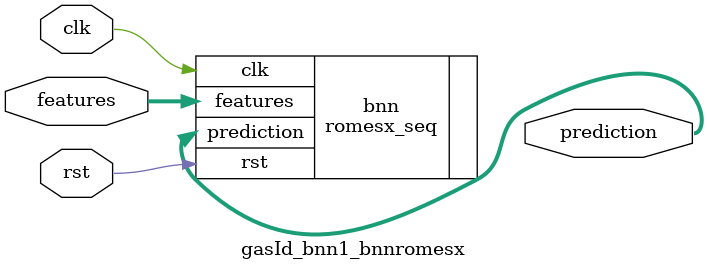
<source format=v>













module gasId_bnn1_bnnromesx #(

parameter FEAT_CNT = 128,
parameter HIDDEN_CNT = 40,
parameter FEAT_BITS = 4,
parameter CLASS_CNT = 6,
parameter TEST_CNT = 1000


  ) (
  input clk,
  input rst,
  input [FEAT_CNT*FEAT_BITS-1:0] features,
  output [$clog2(CLASS_CNT)-1:0] prediction
  );

  localparam Weights0 = 5120'b01111111110011111101000001110011011111101111111111000000001000000110100000111101000110100111101000001110100011101110001000010100010110010011101011011101010111111011100011001000000111111110010001011100101111000100111110101100001100111011010111000000010000100001111111011111001110001011000001101110111111111011111111111111000111000101001111110010000010101010101011011000001111111001110100111000001100111101011110011011101010011010011100101111100010100100001011100010000100111101001011011010101000000111000100010001011001100010000100000000110000010000010000010110111111011111110100000000110000111111000011110011100101101100001101011111101001011001100010011100010111111001101011110100111110000110101011000010100111100101111010011111011011001001101010010100110000000110000010010010000000001010000101000011001100110110001101000000100110111010011010000000111100000011001010100001111010100101111111111110001000010100010101100101010000011100000110000001111100000111000110100001000000110000000111110011010001011100110100011111101001101101101001101101110110001101110100101111110001001111111111111101001100111111101100001010110110101111000010111001100111110101111110100000101000011100011100000111010000100100010001100000001000000110001000000110000101011010010111101111101011111001000001100010011000001110000000011111010111010010000001100001101111110101111100011111001100111110111101001100001100011011000110011101110111110110000100100001000000010110001011000010001000011100000011110100011000011000000000010011111000111000011110010101110110111001001010011111110111110000100001011000100110110000111100011111101111110111111100111110001000101010101011111011110010101111111111011111100111000111110000111100100111001101100000100000001011111111111111010100110010101110110001101110000110001011010010001100110111110110000101100000111010100010101001110001000000001010111011001111110111100100001001010110000101100110100001010000101011110011111100111110000111111111001000011000110110001101111011111011100000010111100000011010011010001100101100101010101111111010000000111110000111011010111110011101100110000010100101101001101111111101110111011111110100011100110111001111100100001000000101110011100011011011010010000101000110101010101010111111000001101011111010111011100000010111101001101010110111100100001011110101011110011001001000100000001001100010011001101111000101101000010001000010001000101010100110001011111101111011011100001111011001100000100011000001001110100101101001011110001111100111111011101010111000100000000000111110111111101100100101001001100111101000111100100000101100101100101011011111011100000001110011001011011110111110010001000000000011100110100100111011011110000111111110100111101100010010001000000011000001100110001011001100000111101110011011000000111000100001001111001011111101111101010000101110110101100010100011011100110001010000000001101111111011111101000001000000101010101110001000010111001000011000011111110101001101010100010101001000000000011100000011000001000000100010001110011101110101000010000001000000001000010110001011000110110101001010111011001111111110100111010000000001111000001100010101000000111001010010010110100111011111111001010010100111100000100011011101110000001000000101111111011111110101000010010001001101000011011000010100100000101111111101111111100011010101110000110001011101100100011110000111111101101011010010000000000100101011001100111101100000111000001100101111001110101000101010001001000100010101111011000000010000101011000010100110100111010101111100000000000010000101010010111111100010001000101111101111001100111100110100010000101011101001100100110000100000101000010011000101000011111000101001111110000001100001000010001010011010110001011101010010110111100011110000011011100000110001000001011101100111101000001110000001010111110101110110000100111111110000010010000101110000101100100100111010001110011111010000010101011111011111010001110111011111010011110101110110010111001100000111110110101100101010000001111101001111000111110011001100010011110100000010101101000011100000111010111111001111000000000010000001111101110010011101000011110010010011101101111110010000110000001000001111100110001000011100000110001101001101111010000010100000110000110100011100110110011100111100110110000111010111111001110011111100011011010001100011011100110000100000110101111111111111011001001001011101010010101010100000010010101000101010001101001111011000011010010110000111001000010100111100100111000100000011010011100011010001000011000101110111011101010111011101010111011000010001100101011011111111010001110100011000111000001011111111111111000111100011001011111100010011010011000011110100110111110011111110000110001111111111110100010111011001110101111110100001111100001011001010011011110110111001110100111111101011110110001110000000110010110110110110100000111000001010011000001111001000011000010111000101000011111110001011100000000011110001111101010111110000011011100011111000010111111001111100001110011110110000000001000000010011010111101110011010101010000111111111111111000000000010011011010101101000001111111110011011111000010110000111011111000111110000011001101011000011111001111001010001111000000101111100111011 ;
  localparam Weights1 = 240'b001101100010110011101111111110000101100100111011101110001100100011010110111110010011010000101000111011101111100011011101110101110110000001111111010010111010101110110110000010000111110101011111100011100111010010101100110110001100101001011011 ;

  romesx_seq #(.FEAT_CNT(FEAT_CNT),.FEAT_BITS(FEAT_BITS),.HIDDEN_CNT(HIDDEN_CNT),.CLASS_CNT(CLASS_CNT),.Weights0(Weights0),.Weights1(Weights1)) bnn (
    .clk(clk),
    .rst(rst),
    .features(features),
    .prediction(prediction)
  );

endmodule

</source>
